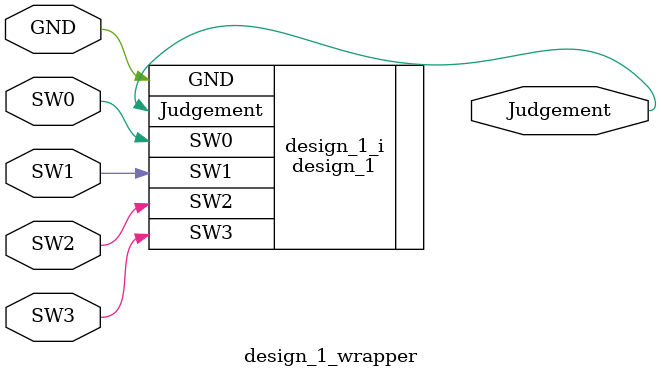
<source format=v>
`timescale 1 ps / 1 ps

module design_1_wrapper
   (GND,
    Judgement,
    SW0,
    SW1,
    SW2,
    SW3);
  input GND;
  output Judgement;
  input SW0;
  input SW1;
  input SW2;
  input SW3;

  wire GND;
  wire Judgement;
  wire SW0;
  wire SW1;
  wire SW2;
  wire SW3;

design_1 design_1_i
       (.GND(GND),
        .Judgement(Judgement),
        .SW0(SW0),
        .SW1(SW1),
        .SW2(SW2),
        .SW3(SW3));
endmodule

</source>
